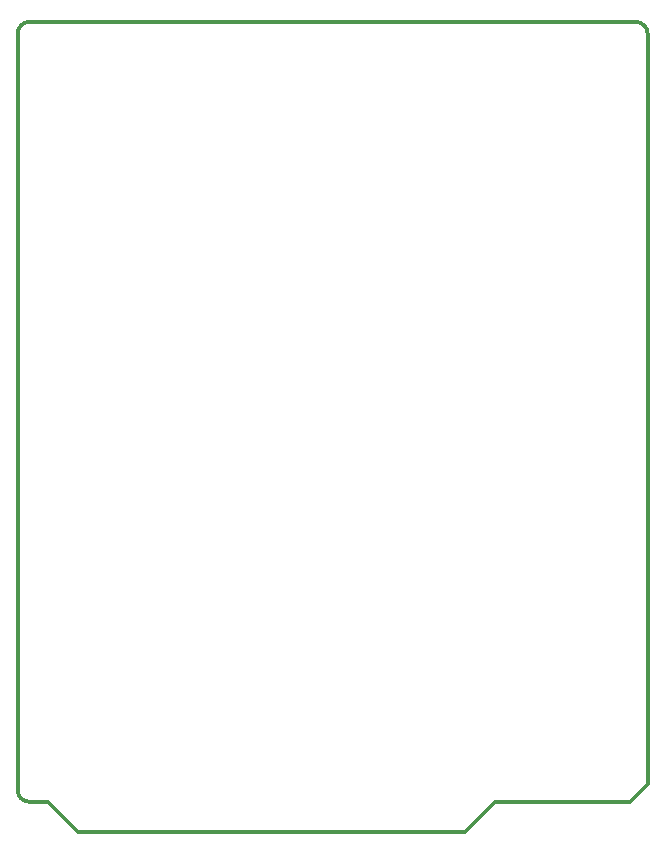
<source format=gko>
G04 Layer_Color=16711935*
%FSLAX25Y25*%
%MOIN*%
G70*
G01*
G75*
%ADD57C,0.01181*%
D57*
X0Y13937D02*
G03*
X3937Y10000I3937J0D01*
G01*
Y270000D02*
G03*
X0Y266063I0J-3937D01*
G01*
X210000D02*
G03*
X206063Y270000I-3937J0D01*
G01*
X0Y13937D02*
Y266063D01*
X3937Y270000D02*
X206063D01*
X210000Y15984D02*
Y266063D01*
X3937Y10000D02*
X10000D01*
X159016D02*
X204016D01*
X149016Y0D02*
X159016Y10000D01*
X20000Y0D02*
X149016D01*
X10000Y10000D02*
X20000Y0D01*
X204016Y10000D02*
X210000Y15984D01*
M02*

</source>
